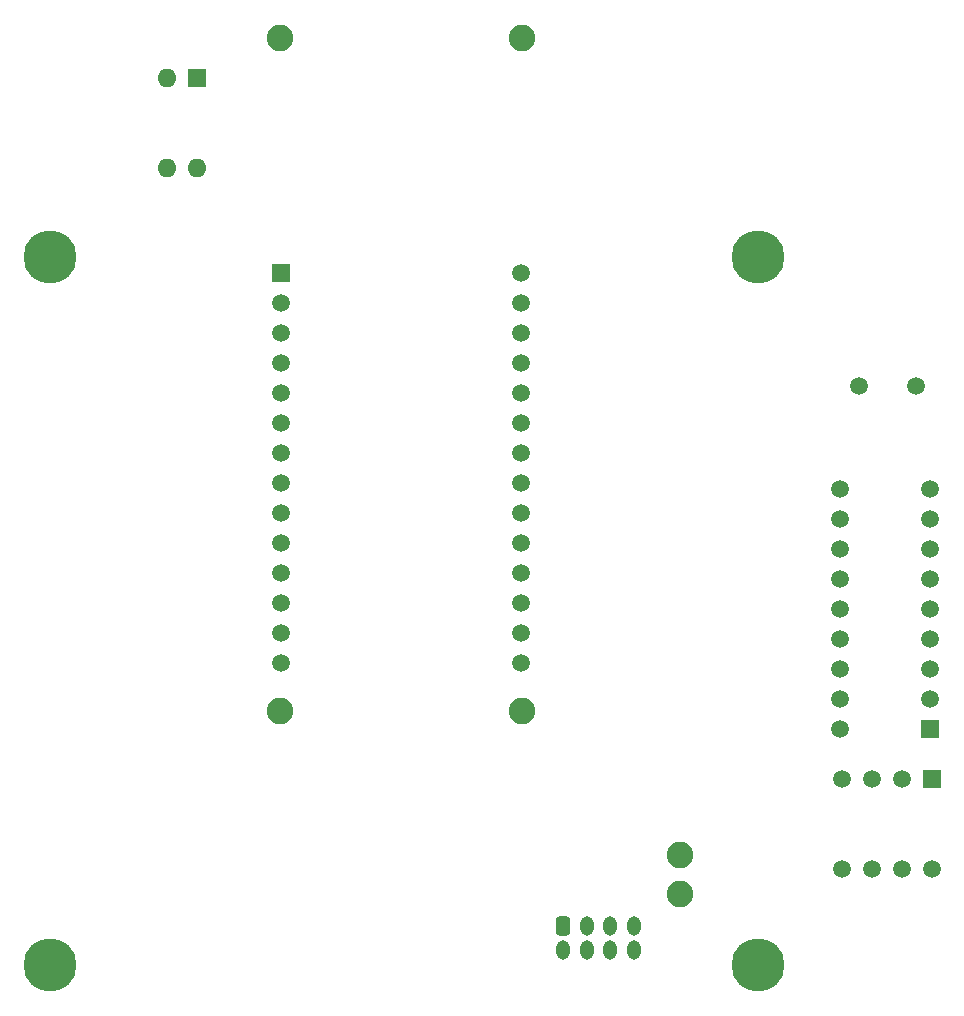
<source format=gbr>
%TF.GenerationSoftware,KiCad,Pcbnew,7.0.1-0*%
%TF.CreationDate,2023-05-22T14:04:25+09:00*%
%TF.ProjectId,AirData,41697244-6174-4612-9e6b-696361645f70,rev?*%
%TF.SameCoordinates,Original*%
%TF.FileFunction,Soldermask,Bot*%
%TF.FilePolarity,Negative*%
%FSLAX46Y46*%
G04 Gerber Fmt 4.6, Leading zero omitted, Abs format (unit mm)*
G04 Created by KiCad (PCBNEW 7.0.1-0) date 2023-05-22 14:04:25*
%MOMM*%
%LPD*%
G01*
G04 APERTURE LIST*
G04 Aperture macros list*
%AMRoundRect*
0 Rectangle with rounded corners*
0 $1 Rounding radius*
0 $2 $3 $4 $5 $6 $7 $8 $9 X,Y pos of 4 corners*
0 Add a 4 corners polygon primitive as box body*
4,1,4,$2,$3,$4,$5,$6,$7,$8,$9,$2,$3,0*
0 Add four circle primitives for the rounded corners*
1,1,$1+$1,$2,$3*
1,1,$1+$1,$4,$5*
1,1,$1+$1,$6,$7*
1,1,$1+$1,$8,$9*
0 Add four rect primitives between the rounded corners*
20,1,$1+$1,$2,$3,$4,$5,0*
20,1,$1+$1,$4,$5,$6,$7,0*
20,1,$1+$1,$6,$7,$8,$9,0*
20,1,$1+$1,$8,$9,$2,$3,0*%
G04 Aperture macros list end*
%ADD10C,4.500000*%
%ADD11RoundRect,0.250000X-0.350000X-0.560000X0.350000X-0.560000X0.350000X0.560000X-0.350000X0.560000X0*%
%ADD12O,1.200000X1.650000*%
%ADD13C,2.250000*%
%ADD14R,1.508000X1.508000*%
%ADD15C,1.508000*%
%ADD16R,1.600000X1.600000*%
%ADD17O,1.600000X1.600000*%
%ADD18R,1.500000X1.500000*%
%ADD19C,1.500000*%
G04 APERTURE END LIST*
D10*
%TO.C,REF\u002A\u002A*%
X178500000Y-75000000D03*
%TD*%
D11*
%TO.C,J1*%
X161977300Y-131690000D03*
D12*
X161977300Y-133690000D03*
X163977300Y-131690000D03*
X163977300Y-133690000D03*
X165977300Y-131690000D03*
X165977300Y-133690000D03*
X167977300Y-131690000D03*
X167977300Y-133690000D03*
%TD*%
D10*
%TO.C,REF\u002A\u002A*%
X118500000Y-135000000D03*
%TD*%
D13*
%TO.C,U4*%
X158512500Y-56475000D03*
X138012500Y-56475000D03*
X158512500Y-113475000D03*
X138012500Y-113475000D03*
D14*
X138102500Y-76359800D03*
D15*
X138102500Y-78899800D03*
X138102500Y-81439800D03*
X138102500Y-83979800D03*
X138102500Y-86519800D03*
X138102500Y-89059800D03*
X138102500Y-91599800D03*
X138102500Y-94139800D03*
X138102500Y-96679800D03*
X138102500Y-99219800D03*
X138102500Y-101759800D03*
X138102500Y-104299800D03*
X138102500Y-106839800D03*
X138102500Y-109379800D03*
X158422500Y-109379800D03*
X158422500Y-106839800D03*
X158422500Y-104299800D03*
X158422500Y-101759800D03*
X158422500Y-99219800D03*
X158422500Y-96679800D03*
X158422500Y-94139800D03*
X158422500Y-91599800D03*
X158422500Y-89059800D03*
X158422500Y-86519800D03*
X158422500Y-83979800D03*
X158422500Y-81439800D03*
X158422500Y-78899800D03*
X158422500Y-76359800D03*
%TD*%
D16*
%TO.C,SW1*%
X130950000Y-59874432D03*
D17*
X128410000Y-59874432D03*
X128410000Y-67494432D03*
X130950000Y-67494432D03*
%TD*%
D10*
%TO.C,REF\u002A\u002A*%
X178500000Y-135000000D03*
%TD*%
D18*
%TO.C,U1*%
X193254800Y-119200200D03*
D19*
X190714800Y-119200200D03*
X188174800Y-119200200D03*
X185634800Y-119200200D03*
X185634800Y-126820200D03*
X188174800Y-126820200D03*
X190714800Y-126820200D03*
X193254800Y-126820200D03*
%TD*%
D13*
%TO.C,TP1*%
X171900000Y-128999432D03*
%TD*%
%TO.C,TP2*%
X171900000Y-125699432D03*
%TD*%
D10*
%TO.C,REF\u002A\u002A*%
X118500000Y-75000000D03*
%TD*%
D19*
%TO.C,Y1*%
X187004800Y-86000200D03*
X191884800Y-86000200D03*
%TD*%
D18*
%TO.C,U2*%
X193074800Y-115040200D03*
D19*
X193074800Y-112500200D03*
X193074800Y-109960200D03*
X193074800Y-107420200D03*
X193074800Y-104880200D03*
X193074800Y-102340200D03*
X193074800Y-99800200D03*
X193074800Y-97260200D03*
X193074800Y-94720200D03*
X185454800Y-94720200D03*
X185454800Y-97260200D03*
X185454800Y-99800200D03*
X185454800Y-102340200D03*
X185454800Y-104880200D03*
X185454800Y-107420200D03*
X185454800Y-109960200D03*
X185454800Y-112500200D03*
X185454800Y-115040200D03*
%TD*%
M02*

</source>
